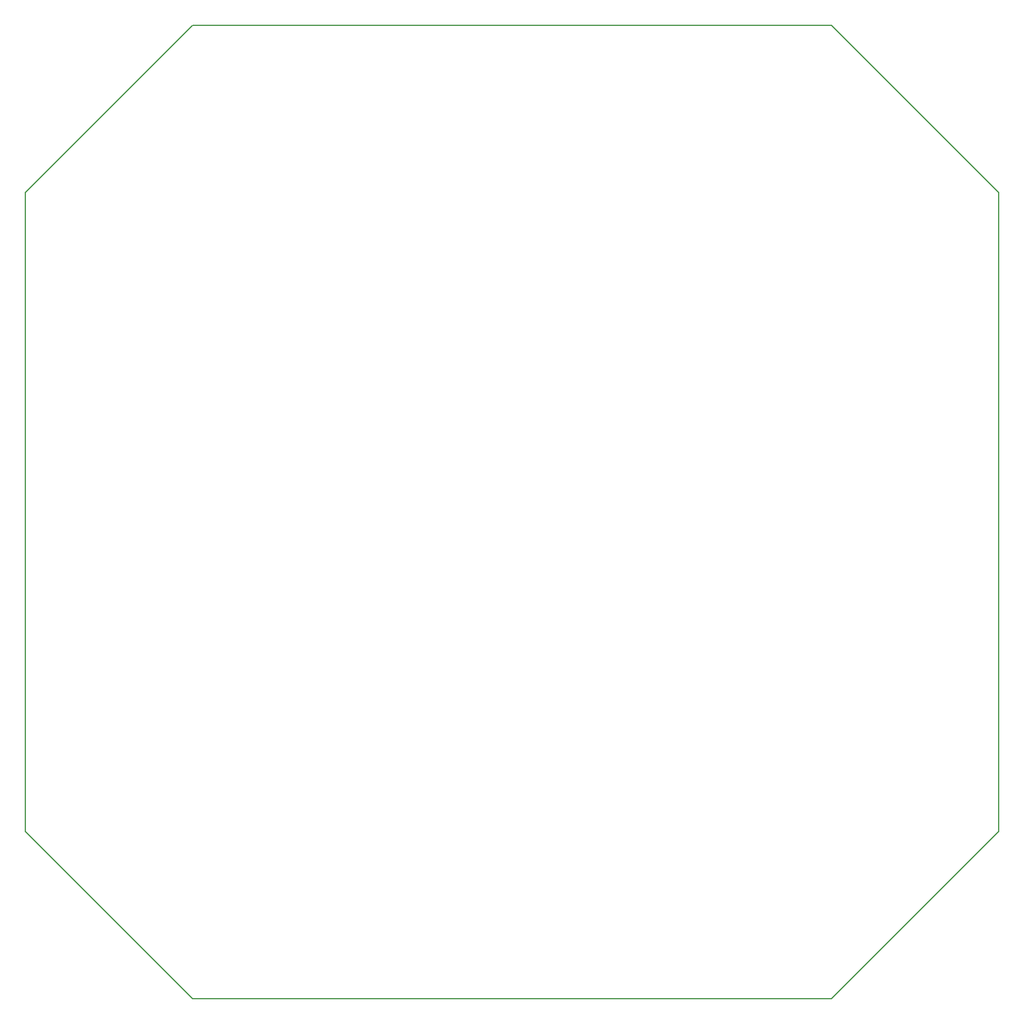
<source format=gm1>
G04 #@! TF.GenerationSoftware,KiCad,Pcbnew,(5.0.1)-rc2*
G04 #@! TF.CreationDate,2018-11-13T19:48:18+01:00*
G04 #@! TF.ProjectId,agv-skladiscni-v5,6167762D736B6C61646973636E692D76,rev?*
G04 #@! TF.SameCoordinates,Original*
G04 #@! TF.FileFunction,Profile,NP*
%FSLAX46Y46*%
G04 Gerber Fmt 4.6, Leading zero omitted, Abs format (unit mm)*
G04 Created by KiCad (PCBNEW (5.0.1)-rc2) date 13-Nov-18 07:48:18 PM*
%MOMM*%
%LPD*%
G01*
G04 APERTURE LIST*
%ADD10C,0.200000*%
G04 APERTURE END LIST*
D10*
X44056602Y-19994408D02*
X20014971Y-44036039D01*
X135973340Y-19994408D02*
X44056602Y-19994408D01*
X135973340Y-159994408D02*
X160014971Y-135952777D01*
X160014971Y-135952777D02*
X160014971Y-44036039D01*
X160014971Y-44036039D02*
X135973340Y-19994408D01*
X20014971Y-44036039D02*
X20014971Y-135952777D01*
X20014971Y-135952777D02*
X44056602Y-159994408D01*
X44056602Y-159994408D02*
X135973340Y-159994408D01*
M02*

</source>
